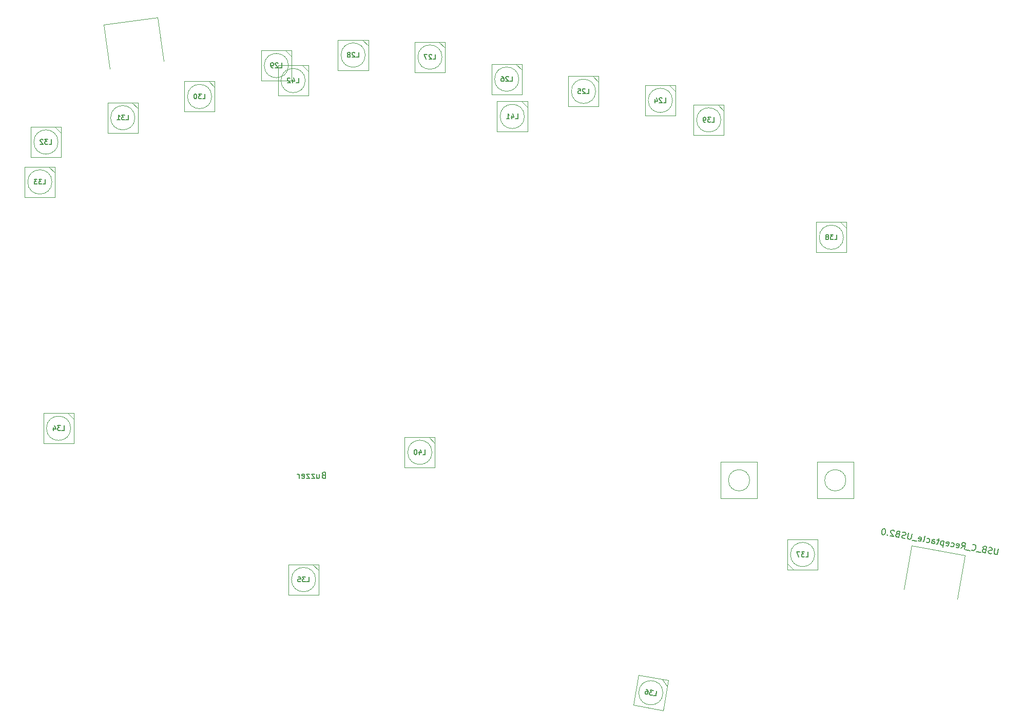
<source format=gbr>
%TF.GenerationSoftware,KiCad,Pcbnew,5.1.10*%
%TF.CreationDate,2021-05-26T10:29:04-05:00*%
%TF.ProjectId,nightwing,6e696768-7477-4696-9e67-2e6b69636164,rev?*%
%TF.SameCoordinates,Original*%
%TF.FileFunction,Other,Fab,Bot*%
%FSLAX46Y46*%
G04 Gerber Fmt 4.6, Leading zero omitted, Abs format (unit mm)*
G04 Created by KiCad (PCBNEW 5.1.10) date 2021-05-26 10:29:04*
%MOMM*%
%LPD*%
G01*
G04 APERTURE LIST*
%ADD10C,0.100000*%
%ADD11C,0.150000*%
G04 APERTURE END LIST*
D10*
%TO.C,L31*%
X40375000Y-28752641D02*
X40375000Y-33752641D01*
X35375000Y-33752641D02*
X35375000Y-28752641D01*
X40375000Y-29752641D02*
X39375000Y-28752641D01*
X40375000Y-33752641D02*
X35375000Y-33752641D01*
X39875000Y-31252641D02*
G75*
G03*
X39875000Y-31252641I-2000000J0D01*
G01*
X35375000Y-28752641D02*
X40375000Y-28752641D01*
%TO.C,BOOT*%
X157148714Y-91000000D02*
G75*
G03*
X157148714Y-91000000I-1750714J0D01*
G01*
X152398000Y-88000000D02*
X158398000Y-88000000D01*
X158398000Y-94000000D02*
X152398000Y-94000000D01*
X158398000Y-88000000D02*
X158398000Y-94000000D01*
X152398000Y-94000000D02*
X152398000Y-88000000D01*
%TO.C,L32*%
X27705000Y-32752641D02*
X27705000Y-37752641D01*
X22705000Y-37752641D02*
X22705000Y-32752641D01*
X27705000Y-33752641D02*
X26705000Y-32752641D01*
X27705000Y-37752641D02*
X22705000Y-37752641D01*
X27205000Y-35252641D02*
G75*
G03*
X27205000Y-35252641I-2000000J0D01*
G01*
X22705000Y-32752641D02*
X27705000Y-32752641D01*
%TO.C,RESET*%
X141279714Y-91000000D02*
G75*
G03*
X141279714Y-91000000I-1750714J0D01*
G01*
X136529000Y-88000000D02*
X142529000Y-88000000D01*
X142529000Y-94000000D02*
X136529000Y-94000000D01*
X142529000Y-88000000D02*
X142529000Y-94000000D01*
X136529000Y-94000000D02*
X136529000Y-88000000D01*
%TO.C,L39*%
X137033000Y-30105000D02*
X136033000Y-29105000D01*
X136533000Y-31605000D02*
G75*
G03*
X136533000Y-31605000I-2000000J0D01*
G01*
X132033000Y-34105000D02*
X132033000Y-29105000D01*
X132033000Y-29105000D02*
X137033000Y-29105000D01*
X137033000Y-34105000D02*
X132033000Y-34105000D01*
X137033000Y-29105000D02*
X137033000Y-34105000D01*
%TO.C,J2*%
X166753093Y-108990341D02*
X168020725Y-101801244D01*
X168020725Y-101801244D02*
X176824907Y-103353659D01*
X175557275Y-110542756D02*
X176824907Y-103353659D01*
%TO.C,L42*%
X68476000Y-22621000D02*
X68476000Y-27621000D01*
X68476000Y-27621000D02*
X63476000Y-27621000D01*
X63476000Y-22621000D02*
X68476000Y-22621000D01*
X63476000Y-27621000D02*
X63476000Y-22621000D01*
X67976000Y-25121000D02*
G75*
G03*
X67976000Y-25121000I-2000000J0D01*
G01*
X68476000Y-23621000D02*
X67476000Y-22621000D01*
%TO.C,L41*%
X104621000Y-28533000D02*
X104621000Y-33533000D01*
X104621000Y-33533000D02*
X99621000Y-33533000D01*
X99621000Y-28533000D02*
X104621000Y-28533000D01*
X99621000Y-33533000D02*
X99621000Y-28533000D01*
X104121000Y-31033000D02*
G75*
G03*
X104121000Y-31033000I-2000000J0D01*
G01*
X104621000Y-29533000D02*
X103621000Y-28533000D01*
%TO.C,L40*%
X89374000Y-83888000D02*
X89374000Y-88888000D01*
X89374000Y-88888000D02*
X84374000Y-88888000D01*
X84374000Y-83888000D02*
X89374000Y-83888000D01*
X84374000Y-88888000D02*
X84374000Y-83888000D01*
X88874000Y-86388000D02*
G75*
G03*
X88874000Y-86388000I-2000000J0D01*
G01*
X89374000Y-84888000D02*
X88374000Y-83888000D01*
%TO.C,L35*%
X70194324Y-105861721D02*
X69194324Y-104861721D01*
X69694324Y-107361721D02*
G75*
G03*
X69694324Y-107361721I-2000000J0D01*
G01*
X65194324Y-109861721D02*
X65194324Y-104861721D01*
X65194324Y-104861721D02*
X70194324Y-104861721D01*
X70194324Y-109861721D02*
X65194324Y-109861721D01*
X70194324Y-104861721D02*
X70194324Y-109861721D01*
%TO.C,L29*%
X65705000Y-20152641D02*
X65705000Y-25152641D01*
X60705000Y-25152641D02*
X60705000Y-20152641D01*
X65705000Y-21152641D02*
X64705000Y-20152641D01*
X65705000Y-25152641D02*
X60705000Y-25152641D01*
X65205000Y-22652641D02*
G75*
G03*
X65205000Y-22652641I-2000000J0D01*
G01*
X60705000Y-20152641D02*
X65705000Y-20152641D01*
%TO.C,L30*%
X53045000Y-25252641D02*
X53045000Y-30252641D01*
X48045000Y-30252641D02*
X48045000Y-25252641D01*
X53045000Y-26252641D02*
X52045000Y-25252641D01*
X53045000Y-30252641D02*
X48045000Y-30252641D01*
X52545000Y-27752641D02*
G75*
G03*
X52545000Y-27752641I-2000000J0D01*
G01*
X48045000Y-25252641D02*
X53045000Y-25252641D01*
%TO.C,J1*%
X44617480Y-21934375D02*
X43601516Y-14705418D01*
X34748520Y-15949625D02*
X43601516Y-14705418D01*
X35764484Y-23178582D02*
X34748520Y-15949625D01*
%TO.C,L38*%
X157250000Y-49454000D02*
X156250000Y-48454000D01*
X156750000Y-50954000D02*
G75*
G03*
X156750000Y-50954000I-2000000J0D01*
G01*
X152250000Y-53454000D02*
X152250000Y-48454000D01*
X152250000Y-48454000D02*
X157250000Y-48454000D01*
X157250000Y-53454000D02*
X152250000Y-53454000D01*
X157250000Y-48454000D02*
X157250000Y-53454000D01*
%TO.C,L37*%
X147506000Y-104728000D02*
X148506000Y-105728000D01*
X152006000Y-103228000D02*
G75*
G03*
X152006000Y-103228000I-2000000J0D01*
G01*
X152506000Y-100728000D02*
X152506000Y-105728000D01*
X152506000Y-105728000D02*
X147506000Y-105728000D01*
X147506000Y-100728000D02*
X152506000Y-100728000D01*
X147506000Y-105728000D02*
X147506000Y-100728000D01*
%TO.C,L36*%
X127697455Y-124974681D02*
X126886295Y-123816225D01*
X126974963Y-126017772D02*
G75*
G03*
X126974963Y-126017772I-2000000J0D01*
G01*
X122078823Y-128045671D02*
X122947064Y-123121632D01*
X122947064Y-123121632D02*
X127871103Y-123989873D01*
X127002862Y-128913912D02*
X122078823Y-128045671D01*
X127871103Y-123989873D02*
X127002862Y-128913912D01*
%TO.C,L34*%
X29788505Y-80924487D02*
X28788505Y-79924487D01*
X29288505Y-82424487D02*
G75*
G03*
X29288505Y-82424487I-2000000J0D01*
G01*
X24788505Y-84924487D02*
X24788505Y-79924487D01*
X24788505Y-79924487D02*
X29788505Y-79924487D01*
X29788505Y-84924487D02*
X24788505Y-84924487D01*
X29788505Y-79924487D02*
X29788505Y-84924487D01*
%TO.C,L33*%
X26694788Y-40331170D02*
X25694788Y-39331170D01*
X26194788Y-41831170D02*
G75*
G03*
X26194788Y-41831170I-2000000J0D01*
G01*
X21694788Y-44331170D02*
X21694788Y-39331170D01*
X21694788Y-39331170D02*
X26694788Y-39331170D01*
X26694788Y-44331170D02*
X21694788Y-44331170D01*
X26694788Y-39331170D02*
X26694788Y-44331170D01*
%TO.C,L28*%
X78375000Y-18424000D02*
X78375000Y-23424000D01*
X73375000Y-23424000D02*
X73375000Y-18424000D01*
X78375000Y-19424000D02*
X77375000Y-18424000D01*
X78375000Y-23424000D02*
X73375000Y-23424000D01*
X77875000Y-20924000D02*
G75*
G03*
X77875000Y-20924000I-2000000J0D01*
G01*
X73375000Y-18424000D02*
X78375000Y-18424000D01*
%TO.C,L27*%
X91045000Y-18764000D02*
X91045000Y-23764000D01*
X86045000Y-23764000D02*
X86045000Y-18764000D01*
X91045000Y-19764000D02*
X90045000Y-18764000D01*
X91045000Y-23764000D02*
X86045000Y-23764000D01*
X90545000Y-21264000D02*
G75*
G03*
X90545000Y-21264000I-2000000J0D01*
G01*
X86045000Y-18764000D02*
X91045000Y-18764000D01*
%TO.C,L26*%
X103705000Y-22394000D02*
X103705000Y-27394000D01*
X98705000Y-27394000D02*
X98705000Y-22394000D01*
X103705000Y-23394000D02*
X102705000Y-22394000D01*
X103705000Y-27394000D02*
X98705000Y-27394000D01*
X103205000Y-24894000D02*
G75*
G03*
X103205000Y-24894000I-2000000J0D01*
G01*
X98705000Y-22394000D02*
X103705000Y-22394000D01*
%TO.C,L25*%
X116375000Y-24394000D02*
X116375000Y-29394000D01*
X111375000Y-29394000D02*
X111375000Y-24394000D01*
X116375000Y-25394000D02*
X115375000Y-24394000D01*
X116375000Y-29394000D02*
X111375000Y-29394000D01*
X115875000Y-26894000D02*
G75*
G03*
X115875000Y-26894000I-2000000J0D01*
G01*
X111375000Y-24394000D02*
X116375000Y-24394000D01*
%TO.C,L24*%
X129045000Y-25894000D02*
X129045000Y-30894000D01*
X124045000Y-30894000D02*
X124045000Y-25894000D01*
X129045000Y-26894000D02*
X128045000Y-25894000D01*
X129045000Y-30894000D02*
X124045000Y-30894000D01*
X128545000Y-28394000D02*
G75*
G03*
X128545000Y-28394000I-2000000J0D01*
G01*
X124045000Y-25894000D02*
X129045000Y-25894000D01*
%TD*%
%TO.C,L31*%
D11*
X38389285Y-31614545D02*
X38770238Y-31614545D01*
X38770238Y-30814545D01*
X38198809Y-30814545D02*
X37703571Y-30814545D01*
X37970238Y-31119307D01*
X37855952Y-31119307D01*
X37779761Y-31157402D01*
X37741666Y-31195498D01*
X37703571Y-31271688D01*
X37703571Y-31462164D01*
X37741666Y-31538355D01*
X37779761Y-31576450D01*
X37855952Y-31614545D01*
X38084523Y-31614545D01*
X38160714Y-31576450D01*
X38198809Y-31538355D01*
X36941666Y-31614545D02*
X37398809Y-31614545D01*
X37170238Y-31614545D02*
X37170238Y-30814545D01*
X37246428Y-30928831D01*
X37322619Y-31005021D01*
X37398809Y-31043117D01*
%TO.C,L32*%
X25719285Y-35614545D02*
X26100238Y-35614545D01*
X26100238Y-34814545D01*
X25528809Y-34814545D02*
X25033571Y-34814545D01*
X25300238Y-35119307D01*
X25185952Y-35119307D01*
X25109761Y-35157402D01*
X25071666Y-35195498D01*
X25033571Y-35271688D01*
X25033571Y-35462164D01*
X25071666Y-35538355D01*
X25109761Y-35576450D01*
X25185952Y-35614545D01*
X25414523Y-35614545D01*
X25490714Y-35576450D01*
X25528809Y-35538355D01*
X24728809Y-34890736D02*
X24690714Y-34852641D01*
X24614523Y-34814545D01*
X24424047Y-34814545D01*
X24347857Y-34852641D01*
X24309761Y-34890736D01*
X24271666Y-34966926D01*
X24271666Y-35043117D01*
X24309761Y-35157402D01*
X24766904Y-35614545D01*
X24271666Y-35614545D01*
%TO.C,L39*%
X135047285Y-31966904D02*
X135428238Y-31966904D01*
X135428238Y-31166904D01*
X134856809Y-31166904D02*
X134361571Y-31166904D01*
X134628238Y-31471666D01*
X134513952Y-31471666D01*
X134437761Y-31509761D01*
X134399666Y-31547857D01*
X134361571Y-31624047D01*
X134361571Y-31814523D01*
X134399666Y-31890714D01*
X134437761Y-31928809D01*
X134513952Y-31966904D01*
X134742523Y-31966904D01*
X134818714Y-31928809D01*
X134856809Y-31890714D01*
X133980619Y-31966904D02*
X133828238Y-31966904D01*
X133752047Y-31928809D01*
X133713952Y-31890714D01*
X133637761Y-31776428D01*
X133599666Y-31624047D01*
X133599666Y-31319285D01*
X133637761Y-31243095D01*
X133675857Y-31205000D01*
X133752047Y-31166904D01*
X133904428Y-31166904D01*
X133980619Y-31205000D01*
X134018714Y-31243095D01*
X134056809Y-31319285D01*
X134056809Y-31509761D01*
X134018714Y-31585952D01*
X133980619Y-31624047D01*
X133904428Y-31662142D01*
X133752047Y-31662142D01*
X133675857Y-31624047D01*
X133637761Y-31585952D01*
X133599666Y-31509761D01*
%TO.C,J2*%
X182312955Y-102292914D02*
X182172382Y-103090139D01*
X182108949Y-103175661D01*
X182053784Y-103214288D01*
X181951724Y-103244645D01*
X181764142Y-103211570D01*
X181678619Y-103148136D01*
X181639993Y-103092972D01*
X181609635Y-102990911D01*
X181750207Y-102193686D01*
X181162768Y-103057178D02*
X181013812Y-103079266D01*
X180779334Y-103037921D01*
X180693812Y-102974488D01*
X180655185Y-102919323D01*
X180624827Y-102817263D01*
X180641365Y-102723472D01*
X180704799Y-102637950D01*
X180759963Y-102599323D01*
X180862023Y-102568965D01*
X181057875Y-102555146D01*
X181159935Y-102524788D01*
X181215100Y-102486161D01*
X181278533Y-102400639D01*
X181295071Y-102306848D01*
X181264713Y-102204788D01*
X181226087Y-102149623D01*
X181140564Y-102086190D01*
X180906086Y-102044845D01*
X180757131Y-102066933D01*
X179932380Y-102356691D02*
X179783424Y-102378779D01*
X179728260Y-102417406D01*
X179664826Y-102502928D01*
X179640020Y-102643615D01*
X179670377Y-102745675D01*
X179709004Y-102800840D01*
X179794526Y-102864273D01*
X180169691Y-102930425D01*
X180343339Y-101945617D01*
X180015070Y-101887734D01*
X179913010Y-101918092D01*
X179857845Y-101956719D01*
X179794412Y-102042241D01*
X179777874Y-102136032D01*
X179808231Y-102238092D01*
X179846858Y-102293257D01*
X179932380Y-102356691D01*
X180260650Y-102414573D01*
X179402823Y-102891913D02*
X178652494Y-102759609D01*
X177888344Y-102431455D02*
X177926971Y-102486619D01*
X178059389Y-102558322D01*
X178153180Y-102574860D01*
X178302136Y-102552771D01*
X178412465Y-102475518D01*
X178475898Y-102389995D01*
X178555870Y-102210682D01*
X178580677Y-102069995D01*
X178566857Y-101874144D01*
X178536499Y-101772084D01*
X178459246Y-101661754D01*
X178326828Y-101590052D01*
X178233037Y-101573514D01*
X178084081Y-101595603D01*
X178028916Y-101634229D01*
X177667686Y-102585961D02*
X176917356Y-102453658D01*
X176136669Y-102219294D02*
X176547628Y-101808221D01*
X176699416Y-102318522D02*
X176873064Y-101333714D01*
X176497899Y-101267562D01*
X176395839Y-101297920D01*
X176340675Y-101336547D01*
X176277241Y-101422069D01*
X176252434Y-101562756D01*
X176282792Y-101664816D01*
X176321419Y-101719981D01*
X176406941Y-101783414D01*
X176782106Y-101849566D01*
X175347712Y-102031826D02*
X175433235Y-102095260D01*
X175620817Y-102128336D01*
X175722877Y-102097978D01*
X175786311Y-102012456D01*
X175852462Y-101637291D01*
X175822105Y-101535231D01*
X175736582Y-101471797D01*
X175549000Y-101438721D01*
X175446940Y-101469079D01*
X175383506Y-101554601D01*
X175366968Y-101648393D01*
X175819387Y-101824873D01*
X174456696Y-101874716D02*
X174542218Y-101938150D01*
X174729801Y-101971225D01*
X174831861Y-101940868D01*
X174887025Y-101902241D01*
X174950459Y-101816719D01*
X175000073Y-101535345D01*
X174969715Y-101433285D01*
X174931088Y-101378121D01*
X174845566Y-101314687D01*
X174657984Y-101281611D01*
X174555923Y-101311969D01*
X173659470Y-101734144D02*
X173744993Y-101797577D01*
X173932575Y-101830653D01*
X174034635Y-101800295D01*
X174098069Y-101714773D01*
X174164221Y-101339608D01*
X174133863Y-101237548D01*
X174048341Y-101174115D01*
X173860758Y-101141039D01*
X173758698Y-101171396D01*
X173695264Y-101256919D01*
X173678727Y-101350710D01*
X174131145Y-101527191D01*
X173298011Y-101041811D02*
X173124363Y-102026619D01*
X173289742Y-101088707D02*
X173204220Y-101025273D01*
X173016637Y-100992198D01*
X172914577Y-101022555D01*
X172859413Y-101061182D01*
X172795979Y-101146704D01*
X172746365Y-101428078D01*
X172776723Y-101530138D01*
X172815350Y-101585302D01*
X172900872Y-101648736D01*
X173088454Y-101681812D01*
X173190514Y-101651454D01*
X172547681Y-100909508D02*
X172172516Y-100843356D01*
X172464877Y-100556432D02*
X172316036Y-101400553D01*
X172252602Y-101486075D01*
X172150542Y-101516433D01*
X172056751Y-101499895D01*
X171306421Y-101367591D02*
X171397380Y-100851740D01*
X171460813Y-100766217D01*
X171562873Y-100735860D01*
X171750456Y-100768936D01*
X171835978Y-100832369D01*
X171314690Y-101320696D02*
X171400212Y-101384129D01*
X171634690Y-101425474D01*
X171736751Y-101395116D01*
X171800184Y-101309594D01*
X171816722Y-101215803D01*
X171786364Y-101113743D01*
X171700842Y-101050309D01*
X171466364Y-101008964D01*
X171380842Y-100945531D01*
X170423674Y-101163585D02*
X170509196Y-101227019D01*
X170696778Y-101260095D01*
X170798838Y-101229737D01*
X170854003Y-101191111D01*
X170917437Y-101105588D01*
X170967050Y-100824215D01*
X170936693Y-100722154D01*
X170898066Y-100666990D01*
X170812544Y-100603556D01*
X170624961Y-100570481D01*
X170522901Y-100600838D01*
X169852657Y-101111254D02*
X169954718Y-101080896D01*
X170018151Y-100995374D01*
X170166992Y-100151253D01*
X169110597Y-100932055D02*
X169196119Y-100995488D01*
X169383701Y-101028564D01*
X169485761Y-100998206D01*
X169549195Y-100912684D01*
X169615347Y-100537519D01*
X169584989Y-100435459D01*
X169499467Y-100372025D01*
X169311884Y-100338950D01*
X169209824Y-100369307D01*
X169146391Y-100454830D01*
X169129853Y-100548621D01*
X169582271Y-100725102D01*
X168851312Y-101031397D02*
X168100982Y-100899093D01*
X168056690Y-99779149D02*
X167916118Y-100576375D01*
X167852684Y-100661897D01*
X167797520Y-100700524D01*
X167695459Y-100730881D01*
X167507877Y-100697806D01*
X167422355Y-100634372D01*
X167383728Y-100579207D01*
X167353370Y-100477147D01*
X167493943Y-99679922D01*
X166906503Y-100543413D02*
X166757547Y-100565502D01*
X166523069Y-100524157D01*
X166437547Y-100460724D01*
X166398920Y-100405559D01*
X166368563Y-100303499D01*
X166385101Y-100209708D01*
X166448534Y-100124186D01*
X166503699Y-100085559D01*
X166605759Y-100055201D01*
X166801610Y-100041382D01*
X166903670Y-100011024D01*
X166958835Y-99972397D01*
X167022268Y-99886875D01*
X167038806Y-99793084D01*
X167008449Y-99691024D01*
X166969822Y-99635859D01*
X166884300Y-99572425D01*
X166649822Y-99531081D01*
X166500866Y-99553169D01*
X165676116Y-99842926D02*
X165527160Y-99865015D01*
X165471995Y-99903642D01*
X165408562Y-99989164D01*
X165383755Y-100129851D01*
X165414113Y-100231911D01*
X165452739Y-100287076D01*
X165538261Y-100350509D01*
X165913426Y-100416661D01*
X166087075Y-99431853D01*
X165758805Y-99373970D01*
X165656745Y-99404328D01*
X165601581Y-99442955D01*
X165538147Y-99528477D01*
X165521609Y-99622268D01*
X165551967Y-99724328D01*
X165590593Y-99779493D01*
X165676116Y-99842926D01*
X166004385Y-99900809D01*
X165132624Y-99360265D02*
X165093998Y-99305101D01*
X165008476Y-99241667D01*
X164773998Y-99200322D01*
X164671937Y-99230680D01*
X164616773Y-99269307D01*
X164553339Y-99354829D01*
X164536801Y-99448620D01*
X164558890Y-99597576D01*
X165022410Y-100259551D01*
X164412767Y-100152054D01*
X164007244Y-99983842D02*
X163952080Y-100022469D01*
X163990706Y-100077633D01*
X164045871Y-100039007D01*
X164007244Y-99983842D01*
X163990706Y-100077633D01*
X163507816Y-98977060D02*
X163414025Y-98960522D01*
X163311965Y-98990880D01*
X163256800Y-99029507D01*
X163193367Y-99115029D01*
X163113395Y-99294342D01*
X163072050Y-99528820D01*
X163085870Y-99724672D01*
X163116228Y-99826732D01*
X163154854Y-99881897D01*
X163240377Y-99945330D01*
X163334168Y-99961868D01*
X163436228Y-99931510D01*
X163491393Y-99892884D01*
X163554826Y-99807361D01*
X163634798Y-99628048D01*
X163676142Y-99393570D01*
X163662323Y-99197719D01*
X163631965Y-99095658D01*
X163593338Y-99040494D01*
X163507816Y-98977060D01*
%TO.C,L42*%
X66490285Y-25482904D02*
X66871238Y-25482904D01*
X66871238Y-24682904D01*
X65880761Y-24949571D02*
X65880761Y-25482904D01*
X66071238Y-24644809D02*
X66261714Y-25216238D01*
X65766476Y-25216238D01*
X65499809Y-24759095D02*
X65461714Y-24721000D01*
X65385523Y-24682904D01*
X65195047Y-24682904D01*
X65118857Y-24721000D01*
X65080761Y-24759095D01*
X65042666Y-24835285D01*
X65042666Y-24911476D01*
X65080761Y-25025761D01*
X65537904Y-25482904D01*
X65042666Y-25482904D01*
%TO.C,L41*%
X102635285Y-31394904D02*
X103016238Y-31394904D01*
X103016238Y-30594904D01*
X102025761Y-30861571D02*
X102025761Y-31394904D01*
X102216238Y-30556809D02*
X102406714Y-31128238D01*
X101911476Y-31128238D01*
X101187666Y-31394904D02*
X101644809Y-31394904D01*
X101416238Y-31394904D02*
X101416238Y-30594904D01*
X101492428Y-30709190D01*
X101568619Y-30785380D01*
X101644809Y-30823476D01*
%TO.C,L40*%
X87388285Y-86749904D02*
X87769238Y-86749904D01*
X87769238Y-85949904D01*
X86778761Y-86216571D02*
X86778761Y-86749904D01*
X86969238Y-85911809D02*
X87159714Y-86483238D01*
X86664476Y-86483238D01*
X86207333Y-85949904D02*
X86131142Y-85949904D01*
X86054952Y-85988000D01*
X86016857Y-86026095D01*
X85978761Y-86102285D01*
X85940666Y-86254666D01*
X85940666Y-86445142D01*
X85978761Y-86597523D01*
X86016857Y-86673714D01*
X86054952Y-86711809D01*
X86131142Y-86749904D01*
X86207333Y-86749904D01*
X86283523Y-86711809D01*
X86321619Y-86673714D01*
X86359714Y-86597523D01*
X86397809Y-86445142D01*
X86397809Y-86254666D01*
X86359714Y-86102285D01*
X86321619Y-86026095D01*
X86283523Y-85988000D01*
X86207333Y-85949904D01*
%TO.C,L35*%
X68208609Y-107723625D02*
X68589562Y-107723625D01*
X68589562Y-106923625D01*
X68018133Y-106923625D02*
X67522895Y-106923625D01*
X67789562Y-107228387D01*
X67675276Y-107228387D01*
X67599085Y-107266482D01*
X67560990Y-107304578D01*
X67522895Y-107380768D01*
X67522895Y-107571244D01*
X67560990Y-107647435D01*
X67599085Y-107685530D01*
X67675276Y-107723625D01*
X67903847Y-107723625D01*
X67980038Y-107685530D01*
X68018133Y-107647435D01*
X66799085Y-106923625D02*
X67180038Y-106923625D01*
X67218133Y-107304578D01*
X67180038Y-107266482D01*
X67103847Y-107228387D01*
X66913371Y-107228387D01*
X66837181Y-107266482D01*
X66799085Y-107304578D01*
X66760990Y-107380768D01*
X66760990Y-107571244D01*
X66799085Y-107647435D01*
X66837181Y-107685530D01*
X66913371Y-107723625D01*
X67103847Y-107723625D01*
X67180038Y-107685530D01*
X67218133Y-107647435D01*
%TO.C,L29*%
X63719285Y-23014545D02*
X64100238Y-23014545D01*
X64100238Y-22214545D01*
X63490714Y-22290736D02*
X63452619Y-22252641D01*
X63376428Y-22214545D01*
X63185952Y-22214545D01*
X63109761Y-22252641D01*
X63071666Y-22290736D01*
X63033571Y-22366926D01*
X63033571Y-22443117D01*
X63071666Y-22557402D01*
X63528809Y-23014545D01*
X63033571Y-23014545D01*
X62652619Y-23014545D02*
X62500238Y-23014545D01*
X62424047Y-22976450D01*
X62385952Y-22938355D01*
X62309761Y-22824069D01*
X62271666Y-22671688D01*
X62271666Y-22366926D01*
X62309761Y-22290736D01*
X62347857Y-22252641D01*
X62424047Y-22214545D01*
X62576428Y-22214545D01*
X62652619Y-22252641D01*
X62690714Y-22290736D01*
X62728809Y-22366926D01*
X62728809Y-22557402D01*
X62690714Y-22633593D01*
X62652619Y-22671688D01*
X62576428Y-22709783D01*
X62424047Y-22709783D01*
X62347857Y-22671688D01*
X62309761Y-22633593D01*
X62271666Y-22557402D01*
%TO.C,L30*%
X51059285Y-28114545D02*
X51440238Y-28114545D01*
X51440238Y-27314545D01*
X50868809Y-27314545D02*
X50373571Y-27314545D01*
X50640238Y-27619307D01*
X50525952Y-27619307D01*
X50449761Y-27657402D01*
X50411666Y-27695498D01*
X50373571Y-27771688D01*
X50373571Y-27962164D01*
X50411666Y-28038355D01*
X50449761Y-28076450D01*
X50525952Y-28114545D01*
X50754523Y-28114545D01*
X50830714Y-28076450D01*
X50868809Y-28038355D01*
X49878333Y-27314545D02*
X49802142Y-27314545D01*
X49725952Y-27352641D01*
X49687857Y-27390736D01*
X49649761Y-27466926D01*
X49611666Y-27619307D01*
X49611666Y-27809783D01*
X49649761Y-27962164D01*
X49687857Y-28038355D01*
X49725952Y-28076450D01*
X49802142Y-28114545D01*
X49878333Y-28114545D01*
X49954523Y-28076450D01*
X49992619Y-28038355D01*
X50030714Y-27962164D01*
X50068809Y-27809783D01*
X50068809Y-27619307D01*
X50030714Y-27466926D01*
X49992619Y-27390736D01*
X49954523Y-27352641D01*
X49878333Y-27314545D01*
%TO.C,L38*%
X155264285Y-51315904D02*
X155645238Y-51315904D01*
X155645238Y-50515904D01*
X155073809Y-50515904D02*
X154578571Y-50515904D01*
X154845238Y-50820666D01*
X154730952Y-50820666D01*
X154654761Y-50858761D01*
X154616666Y-50896857D01*
X154578571Y-50973047D01*
X154578571Y-51163523D01*
X154616666Y-51239714D01*
X154654761Y-51277809D01*
X154730952Y-51315904D01*
X154959523Y-51315904D01*
X155035714Y-51277809D01*
X155073809Y-51239714D01*
X154121428Y-50858761D02*
X154197619Y-50820666D01*
X154235714Y-50782571D01*
X154273809Y-50706380D01*
X154273809Y-50668285D01*
X154235714Y-50592095D01*
X154197619Y-50554000D01*
X154121428Y-50515904D01*
X153969047Y-50515904D01*
X153892857Y-50554000D01*
X153854761Y-50592095D01*
X153816666Y-50668285D01*
X153816666Y-50706380D01*
X153854761Y-50782571D01*
X153892857Y-50820666D01*
X153969047Y-50858761D01*
X154121428Y-50858761D01*
X154197619Y-50896857D01*
X154235714Y-50934952D01*
X154273809Y-51011142D01*
X154273809Y-51163523D01*
X154235714Y-51239714D01*
X154197619Y-51277809D01*
X154121428Y-51315904D01*
X153969047Y-51315904D01*
X153892857Y-51277809D01*
X153854761Y-51239714D01*
X153816666Y-51163523D01*
X153816666Y-51011142D01*
X153854761Y-50934952D01*
X153892857Y-50896857D01*
X153969047Y-50858761D01*
%TO.C,L37*%
X150520285Y-103589904D02*
X150901238Y-103589904D01*
X150901238Y-102789904D01*
X150329809Y-102789904D02*
X149834571Y-102789904D01*
X150101238Y-103094666D01*
X149986952Y-103094666D01*
X149910761Y-103132761D01*
X149872666Y-103170857D01*
X149834571Y-103247047D01*
X149834571Y-103437523D01*
X149872666Y-103513714D01*
X149910761Y-103551809D01*
X149986952Y-103589904D01*
X150215523Y-103589904D01*
X150291714Y-103551809D01*
X150329809Y-103513714D01*
X149567904Y-102789904D02*
X149034571Y-102789904D01*
X149377428Y-103589904D01*
%TO.C,L36*%
X125418591Y-126463483D02*
X125793756Y-126529635D01*
X125932674Y-125741788D01*
X125369927Y-125642561D02*
X124882213Y-125556564D01*
X125091907Y-125903002D01*
X124979357Y-125883156D01*
X124897709Y-125907442D01*
X124853578Y-125938344D01*
X124802831Y-126006761D01*
X124769755Y-126194344D01*
X124794041Y-126275992D01*
X124824942Y-126320124D01*
X124893360Y-126370871D01*
X125118459Y-126410562D01*
X125200107Y-126386275D01*
X125244239Y-126355374D01*
X124206916Y-125437491D02*
X124356982Y-125463951D01*
X124425400Y-125514698D01*
X124456301Y-125558830D01*
X124511489Y-125684610D01*
X124522544Y-125841291D01*
X124469623Y-126141423D01*
X124418876Y-126209840D01*
X124374745Y-126240742D01*
X124293096Y-126265028D01*
X124143030Y-126238567D01*
X124074613Y-126187820D01*
X124043711Y-126143689D01*
X124019425Y-126062041D01*
X124052501Y-125874458D01*
X124103248Y-125806040D01*
X124147379Y-125775139D01*
X124229028Y-125750853D01*
X124379094Y-125777314D01*
X124447511Y-125828060D01*
X124478413Y-125872192D01*
X124502699Y-125953840D01*
%TO.C,L34*%
X27802790Y-82786391D02*
X28183743Y-82786391D01*
X28183743Y-81986391D01*
X27612314Y-81986391D02*
X27117076Y-81986391D01*
X27383743Y-82291153D01*
X27269457Y-82291153D01*
X27193266Y-82329248D01*
X27155171Y-82367344D01*
X27117076Y-82443534D01*
X27117076Y-82634010D01*
X27155171Y-82710201D01*
X27193266Y-82748296D01*
X27269457Y-82786391D01*
X27498028Y-82786391D01*
X27574219Y-82748296D01*
X27612314Y-82710201D01*
X26431362Y-82253058D02*
X26431362Y-82786391D01*
X26621838Y-81948296D02*
X26812314Y-82519725D01*
X26317076Y-82519725D01*
%TO.C,L33*%
X24709073Y-42193074D02*
X25090026Y-42193074D01*
X25090026Y-41393074D01*
X24518597Y-41393074D02*
X24023359Y-41393074D01*
X24290026Y-41697836D01*
X24175740Y-41697836D01*
X24099549Y-41735931D01*
X24061454Y-41774027D01*
X24023359Y-41850217D01*
X24023359Y-42040693D01*
X24061454Y-42116884D01*
X24099549Y-42154979D01*
X24175740Y-42193074D01*
X24404311Y-42193074D01*
X24480502Y-42154979D01*
X24518597Y-42116884D01*
X23756692Y-41393074D02*
X23261454Y-41393074D01*
X23528121Y-41697836D01*
X23413835Y-41697836D01*
X23337645Y-41735931D01*
X23299549Y-41774027D01*
X23261454Y-41850217D01*
X23261454Y-42040693D01*
X23299549Y-42116884D01*
X23337645Y-42154979D01*
X23413835Y-42193074D01*
X23642407Y-42193074D01*
X23718597Y-42154979D01*
X23756692Y-42116884D01*
%TO.C,L28*%
X76389285Y-21285904D02*
X76770238Y-21285904D01*
X76770238Y-20485904D01*
X76160714Y-20562095D02*
X76122619Y-20524000D01*
X76046428Y-20485904D01*
X75855952Y-20485904D01*
X75779761Y-20524000D01*
X75741666Y-20562095D01*
X75703571Y-20638285D01*
X75703571Y-20714476D01*
X75741666Y-20828761D01*
X76198809Y-21285904D01*
X75703571Y-21285904D01*
X75246428Y-20828761D02*
X75322619Y-20790666D01*
X75360714Y-20752571D01*
X75398809Y-20676380D01*
X75398809Y-20638285D01*
X75360714Y-20562095D01*
X75322619Y-20524000D01*
X75246428Y-20485904D01*
X75094047Y-20485904D01*
X75017857Y-20524000D01*
X74979761Y-20562095D01*
X74941666Y-20638285D01*
X74941666Y-20676380D01*
X74979761Y-20752571D01*
X75017857Y-20790666D01*
X75094047Y-20828761D01*
X75246428Y-20828761D01*
X75322619Y-20866857D01*
X75360714Y-20904952D01*
X75398809Y-20981142D01*
X75398809Y-21133523D01*
X75360714Y-21209714D01*
X75322619Y-21247809D01*
X75246428Y-21285904D01*
X75094047Y-21285904D01*
X75017857Y-21247809D01*
X74979761Y-21209714D01*
X74941666Y-21133523D01*
X74941666Y-20981142D01*
X74979761Y-20904952D01*
X75017857Y-20866857D01*
X75094047Y-20828761D01*
%TO.C,L27*%
X89059285Y-21625904D02*
X89440238Y-21625904D01*
X89440238Y-20825904D01*
X88830714Y-20902095D02*
X88792619Y-20864000D01*
X88716428Y-20825904D01*
X88525952Y-20825904D01*
X88449761Y-20864000D01*
X88411666Y-20902095D01*
X88373571Y-20978285D01*
X88373571Y-21054476D01*
X88411666Y-21168761D01*
X88868809Y-21625904D01*
X88373571Y-21625904D01*
X88106904Y-20825904D02*
X87573571Y-20825904D01*
X87916428Y-21625904D01*
%TO.C,L26*%
X101719285Y-25255904D02*
X102100238Y-25255904D01*
X102100238Y-24455904D01*
X101490714Y-24532095D02*
X101452619Y-24494000D01*
X101376428Y-24455904D01*
X101185952Y-24455904D01*
X101109761Y-24494000D01*
X101071666Y-24532095D01*
X101033571Y-24608285D01*
X101033571Y-24684476D01*
X101071666Y-24798761D01*
X101528809Y-25255904D01*
X101033571Y-25255904D01*
X100347857Y-24455904D02*
X100500238Y-24455904D01*
X100576428Y-24494000D01*
X100614523Y-24532095D01*
X100690714Y-24646380D01*
X100728809Y-24798761D01*
X100728809Y-25103523D01*
X100690714Y-25179714D01*
X100652619Y-25217809D01*
X100576428Y-25255904D01*
X100424047Y-25255904D01*
X100347857Y-25217809D01*
X100309761Y-25179714D01*
X100271666Y-25103523D01*
X100271666Y-24913047D01*
X100309761Y-24836857D01*
X100347857Y-24798761D01*
X100424047Y-24760666D01*
X100576428Y-24760666D01*
X100652619Y-24798761D01*
X100690714Y-24836857D01*
X100728809Y-24913047D01*
%TO.C,L25*%
X114389285Y-27255904D02*
X114770238Y-27255904D01*
X114770238Y-26455904D01*
X114160714Y-26532095D02*
X114122619Y-26494000D01*
X114046428Y-26455904D01*
X113855952Y-26455904D01*
X113779761Y-26494000D01*
X113741666Y-26532095D01*
X113703571Y-26608285D01*
X113703571Y-26684476D01*
X113741666Y-26798761D01*
X114198809Y-27255904D01*
X113703571Y-27255904D01*
X112979761Y-26455904D02*
X113360714Y-26455904D01*
X113398809Y-26836857D01*
X113360714Y-26798761D01*
X113284523Y-26760666D01*
X113094047Y-26760666D01*
X113017857Y-26798761D01*
X112979761Y-26836857D01*
X112941666Y-26913047D01*
X112941666Y-27103523D01*
X112979761Y-27179714D01*
X113017857Y-27217809D01*
X113094047Y-27255904D01*
X113284523Y-27255904D01*
X113360714Y-27217809D01*
X113398809Y-27179714D01*
%TO.C,L24*%
X127059285Y-28755904D02*
X127440238Y-28755904D01*
X127440238Y-27955904D01*
X126830714Y-28032095D02*
X126792619Y-27994000D01*
X126716428Y-27955904D01*
X126525952Y-27955904D01*
X126449761Y-27994000D01*
X126411666Y-28032095D01*
X126373571Y-28108285D01*
X126373571Y-28184476D01*
X126411666Y-28298761D01*
X126868809Y-28755904D01*
X126373571Y-28755904D01*
X125687857Y-28222571D02*
X125687857Y-28755904D01*
X125878333Y-27917809D02*
X126068809Y-28489238D01*
X125573571Y-28489238D01*
%TO.C,BZ1*%
X70996803Y-90130679D02*
X70853946Y-90178298D01*
X70806327Y-90225917D01*
X70758708Y-90321155D01*
X70758708Y-90464012D01*
X70806327Y-90559250D01*
X70853946Y-90606869D01*
X70949184Y-90654488D01*
X71330136Y-90654488D01*
X71330136Y-89654488D01*
X70996803Y-89654488D01*
X70901565Y-89702108D01*
X70853946Y-89749727D01*
X70806327Y-89844965D01*
X70806327Y-89940203D01*
X70853946Y-90035441D01*
X70901565Y-90083060D01*
X70996803Y-90130679D01*
X71330136Y-90130679D01*
X69901565Y-89987822D02*
X69901565Y-90654488D01*
X70330136Y-89987822D02*
X70330136Y-90511631D01*
X70282517Y-90606869D01*
X70187279Y-90654488D01*
X70044422Y-90654488D01*
X69949184Y-90606869D01*
X69901565Y-90559250D01*
X69520612Y-89987822D02*
X68996803Y-89987822D01*
X69520612Y-90654488D01*
X68996803Y-90654488D01*
X68711089Y-89987822D02*
X68187279Y-89987822D01*
X68711089Y-90654488D01*
X68187279Y-90654488D01*
X67425374Y-90606869D02*
X67520612Y-90654488D01*
X67711089Y-90654488D01*
X67806327Y-90606869D01*
X67853946Y-90511631D01*
X67853946Y-90130679D01*
X67806327Y-90035441D01*
X67711089Y-89987822D01*
X67520612Y-89987822D01*
X67425374Y-90035441D01*
X67377755Y-90130679D01*
X67377755Y-90225917D01*
X67853946Y-90321155D01*
X66949184Y-90654488D02*
X66949184Y-89987822D01*
X66949184Y-90178298D02*
X66901565Y-90083060D01*
X66853946Y-90035441D01*
X66758708Y-89987822D01*
X66663470Y-89987822D01*
%TD*%
M02*

</source>
